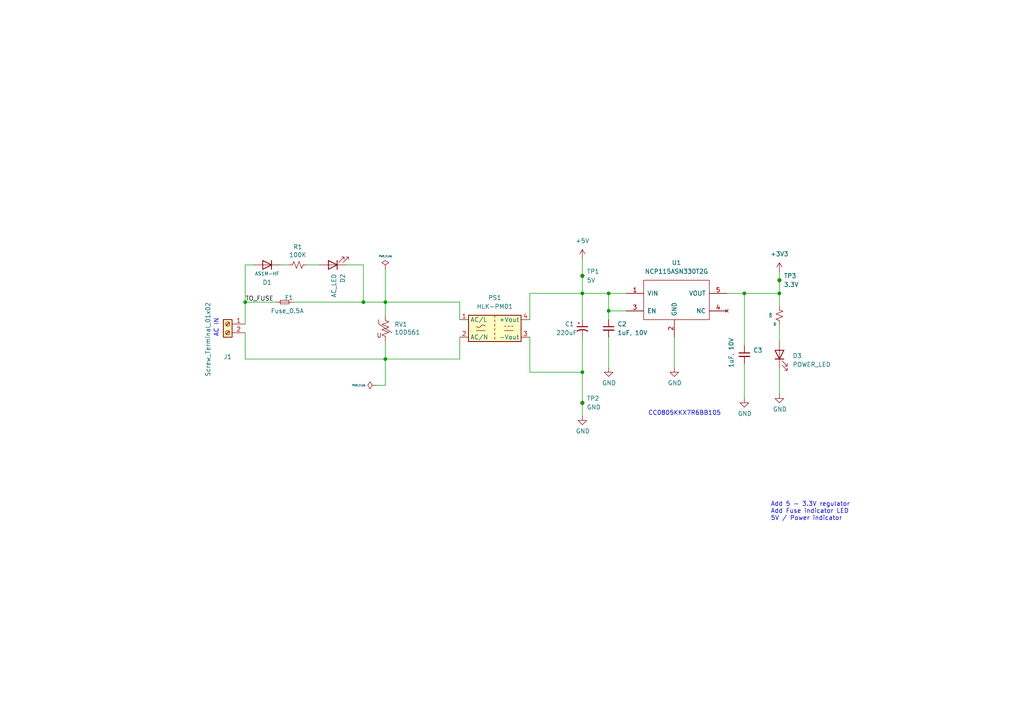
<source format=kicad_sch>
(kicad_sch (version 20211123) (generator eeschema)
  (paper "A4")
  (title_block (title "varun_rx") (date "2022-08-05") (rev "0.2") (company "DYULABS PRIVATE LIMITED") (comment 1 "SMA connector") (comment 2 "Proto v0.2") (comment 3 "varun_nr_at826_rx") (comment 4 "Hitesh Joshi"))
  (lib_symbols
    (symbol "Connector:Screw_Terminal_01x02" (pin_names (offset 1.016) hide)
      (property "Reference" "J" (at 0 2.54 0))
      (property "Value" "Screw_Terminal_01x02" (at 0 -5.08 0))
      (symbol "Screw_Terminal_01x02_1_1"
        (rectangle (start -1.27 1.27) (end 1.27 -3.81) (stroke (width 0.254)) (fill (type background)))
        (circle (center 0 -2.54) (radius 0.635) (stroke (width 0.1524)))
        (polyline (pts (xy -0.5334 -2.2098) (xy 0.3302 -3.048)) (stroke (width 0.1524)))
        (polyline (pts (xy -0.5334 0.3302) (xy 0.3302 -0.508)) (stroke (width 0.1524)))
        (polyline (pts (xy -0.3556 -2.032) (xy 0.508 -2.8702)) (stroke (width 0.1524)))
        (polyline (pts (xy -0.3556 0.508) (xy 0.508 -0.3302)) (stroke (width 0.1524)))
        (circle (center 0 0) (radius 0.635) (stroke (width 0.1524)))
        (pin passive line (at -5.08 0 0) (length 3.81) (name "Pin_1") (number "1"))
        (pin passive line (at -5.08 -2.54 0) (length 3.81) (name "Pin_2") (number "2"))
      )
    )
    (symbol "Connector:TestPoint_Small" (pin_numbers hide) (pin_names (offset 0.762) hide)
      (property "Reference" "TP" (at 0 3.81 0))
      (property "Value" "TestPoint_Small" (at 0 2.032 0))
      (symbol "TestPoint_Small_0_1"
        (circle (center 0 0) (radius 0.508))
      )
      (symbol "TestPoint_Small_1_1"
        (pin passive line (at 0 0 90) (length 0) (name "1") (number "1"))
      )
    )
    (symbol "Converter_ACDC:HLK-PM01"
      (property "Reference" "PS" (at 0 5.08 0))
      (property "Value" "HLK-PM01" (at 0 -5.08 0))
      (symbol "HLK-PM01_0_1"
        (rectangle (start -7.62 3.81) (end 7.62 -3.81) (stroke (width 0.254)) (fill (type background)))
        (arc (start -5.334 0.635) (mid -4.699 0.2495) (end -4.064 0.635))
        (arc (start -2.794 0.635) (mid -3.429 1.0072) (end -4.064 0.635))
        (polyline (pts (xy -5.334 -0.635) (xy -2.794 -0.635)))
        (polyline (pts (xy 0 -2.54) (xy 0 -3.175)))
        (polyline (pts (xy 0 -1.27) (xy 0 -1.905)))
        (polyline (pts (xy 0 0) (xy 0 -0.635)))
        (polyline (pts (xy 0 1.27) (xy 0 0.635)))
        (polyline (pts (xy 0 2.54) (xy 0 1.905)))
        (polyline (pts (xy 0 3.81) (xy 0 3.175)))
        (polyline (pts (xy 2.794 -0.635) (xy 5.334 -0.635)))
        (polyline (pts (xy 2.794 0.635) (xy 3.302 0.635)))
        (polyline (pts (xy 3.81 0.635) (xy 4.318 0.635)))
        (polyline (pts (xy 4.826 0.635) (xy 5.334 0.635)))
      )
      (symbol "HLK-PM01_1_1"
        (pin power_in line (at -10.16 2.54 0) (length 2.54) (name "AC/L") (number "1"))
        (pin power_in line (at -10.16 -2.54 0) (length 2.54) (name "AC/N") (number "2"))
        (pin power_out line (at 10.16 -2.54 180) (length 2.54) (name "-Vout") (number "3"))
        (pin power_out line (at 10.16 2.54 180) (length 2.54) (name "+Vout") (number "4"))
      )
    )
    (symbol "DYULIBS_SYMBOL:+3.3V" (power) (pin_names (offset 0))
      (property "Value" "+3.3V" (at 0 3.556 0))
      (symbol "+3.3V_0_1"
        (polyline (pts (xy -0.762 1.27) (xy 0 2.54)))
        (polyline (pts (xy 0 0) (xy 0 2.54)))
        (polyline (pts (xy 0 2.54) (xy 0.762 1.27)))
      )
      (symbol "+3.3V_1_1"
        (pin power_in line (at 0 0 90) (length 0) hide (name "+3V3") (number "1"))
      )
    )
    (symbol "DYULIBS_SYMBOL:LDO_Onsemi_NCP115ASNXXXT1G" (pin_names (offset 1.016))
      (property "Reference" "U" (at 1.27 1.27 0))
      (property "Value" "LDO_Onsemi_NCP115ASNXXXT1G" (at 25.4 -13.335 0))
      (symbol "LDO_Onsemi_NCP115ASNXXXT1G_0_1"
        (rectangle (start 0 0) (end 19.05 -11.43))
      )
      (symbol "LDO_Onsemi_NCP115ASNXXXT1G_1_1"
        (pin power_in line (at -5.08 -3.81 0) (length 5.08) (name "VIN") (number "1"))
        (pin power_in line (at 8.89 -16.51 90) (length 5.08) (name "GND") (number "2"))
        (pin input line (at -5.08 -8.89 0) (length 5.08) (name "EN") (number "3"))
        (pin no_connect line (at 24.13 -8.89 180) (length 5.08) (name "NC") (number "4"))
        (pin power_out line (at 24.13 -3.81 180) (length 5.08) (name "VOUT") (number "5"))
      )
    )
    (symbol "Device:C_Polarized_Small_US" (pin_numbers hide) (pin_names (offset 0.254) hide)
      (property "Reference" "C" (at 0.254 1.778 0))
      (property "Value" "C_Polarized_Small_US" (at 0.254 -2.032 0))
      (symbol "C_Polarized_Small_US_0_1"
        (polyline (pts (xy -1.524 0.508) (xy 1.524 0.508)) (stroke (width 0.3048)))
        (polyline (pts (xy -1.27 1.524) (xy -0.762 1.524)))
        (polyline (pts (xy -1.016 1.27) (xy -1.016 1.778)))
        (arc (start 1.524 -0.762) (mid 0 -0.3734) (end -1.524 -0.762) (stroke (width 0.3048)))
      )
      (symbol "C_Polarized_Small_US_1_1"
        (pin passive line (at 0 2.54 270) (length 2.032) (name "~") (number "1"))
        (pin passive line (at 0 -2.54 90) (length 2.032) (name "~") (number "2"))
      )
    )
    (symbol "Device:C_Small" (pin_numbers hide) (pin_names (offset 0.254) hide)
      (property "Reference" "C" (at 0.254 1.778 0))
      (property "Value" "C_Small" (at 0.254 -2.032 0))
      (symbol "C_Small_0_1"
        (polyline (pts (xy -1.524 -0.508) (xy 1.524 -0.508)) (stroke (width 0.3302)))
        (polyline (pts (xy -1.524 0.508) (xy 1.524 0.508)) (stroke (width 0.3048)))
      )
      (symbol "C_Small_1_1"
        (pin passive line (at 0 2.54 270) (length 2.032) (name "~") (number "1"))
        (pin passive line (at 0 -2.54 90) (length 2.032) (name "~") (number "2"))
      )
    )
    (symbol "Device:Fuse_Small" (pin_numbers hide) (pin_names (offset 0.254) hide)
      (property "Reference" "F" (at 0 -1.524 0))
      (property "Value" "Fuse_Small" (at 0 1.524 0))
      (symbol "Fuse_Small_0_1"
        (rectangle (start -1.27 0.508) (end 1.27 -0.508))
        (polyline (pts (xy -1.27 0) (xy 1.27 0)))
      )
      (symbol "Fuse_Small_1_1"
        (pin passive line (at -2.54 0 0) (length 1.27) (name "~") (number "1"))
        (pin passive line (at 2.54 0 180) (length 1.27) (name "~") (number "2"))
      )
    )
    (symbol "Device:LED" (pin_numbers hide) (pin_names (offset 1.016) hide)
      (property "Reference" "D" (at 0 2.54 0))
      (property "Value" "LED" (at 0 -2.54 0))
      (symbol "LED_0_1"
        (polyline (pts (xy -1.27 -1.27) (xy -1.27 1.27)) (stroke (width 0.254)))
        (polyline (pts (xy -1.27 0) (xy 1.27 0)))
        (polyline (pts (xy 1.27 -1.27) (xy 1.27 1.27) (xy -1.27 0) (xy 1.27 -1.27)) (stroke (width 0.254)))
        (polyline (pts (xy -3.048 -0.762) (xy -4.572 -2.286) (xy -3.81 -2.286) (xy -4.572 -2.286) (xy -4.572 -1.524)))
        (polyline (pts (xy -1.778 -0.762) (xy -3.302 -2.286) (xy -2.54 -2.286) (xy -3.302 -2.286) (xy -3.302 -1.524)))
      )
      (symbol "LED_1_1"
        (pin passive line (at -3.81 0 0) (length 2.54) (name "K") (number "1"))
        (pin passive line (at 3.81 0 180) (length 2.54) (name "A") (number "2"))
      )
    )
    (symbol "Device:R_Small_US" (pin_numbers hide) (pin_names (offset 0.254) hide)
      (property "Reference" "R" (at 0.762 0.508 0))
      (property "Value" "R_Small_US" (at 0.762 -1.016 0))
      (symbol "R_Small_US_1_1"
        (polyline (pts (xy 0 0) (xy 1.016 -0.381) (xy 0 -0.762) (xy -1.016 -1.143) (xy 0 -1.524)))
        (polyline (pts (xy 0 1.524) (xy 1.016 1.143) (xy 0 0.762) (xy -1.016 0.381) (xy 0 0)))
        (pin passive line (at 0 2.54 270) (length 1.016) (name "~") (number "1"))
        (pin passive line (at 0 -2.54 90) (length 1.016) (name "~") (number "2"))
      )
    )
    (symbol "Device:Varistor_US" (pin_numbers hide) (pin_names (offset 0))
      (property "Reference" "RV" (at 3.175 0 90))
      (property "Value" "Varistor_US" (at -3.175 0 90))
      (symbol "Varistor_US_0_0"
        (text "U" (at -1.778 -2.032 0) (effects (font (size 1.27 1.27))))
      )
      (symbol "Varistor_US_0_1"
        (polyline (pts (xy 0 -2.286) (xy 0 -2.54)))
        (polyline (pts (xy 0 2.286) (xy 0 2.54)))
        (polyline (pts (xy -1.905 2.54) (xy -1.905 1.27) (xy 1.905 -1.27)))
        (polyline (pts (xy 0 -0.762) (xy 1.016 -1.143) (xy 0 -1.524) (xy -1.016 -1.905) (xy 0 -2.286)))
        (polyline (pts (xy 0 0.762) (xy 1.016 0.381) (xy 0 0) (xy -1.016 -0.381) (xy 0 -0.762)))
        (polyline (pts (xy 0 2.286) (xy 1.016 1.905) (xy 0 1.524) (xy -1.016 1.143) (xy 0 0.762)))
      )
      (symbol "Varistor_US_1_1"
        (pin passive line (at 0 3.81 270) (length 1.27) (name "~") (number "1"))
        (pin passive line (at 0 -3.81 90) (length 1.27) (name "~") (number "2"))
      )
    )
    (symbol "Diode:1N4007" (pin_numbers hide) (pin_names (offset 1.016) hide)
      (property "Reference" "D" (at 0 2.54 0))
      (property "Value" "1N4007" (at 0 -2.54 0))
      (symbol "1N4007_0_1"
        (polyline (pts (xy -1.27 1.27) (xy -1.27 -1.27)) (stroke (width 0.254)))
        (polyline (pts (xy 1.27 0) (xy -1.27 0)))
        (polyline (pts (xy 1.27 1.27) (xy 1.27 -1.27) (xy -1.27 0) (xy 1.27 1.27)) (stroke (width 0.254)))
      )
      (symbol "1N4007_1_1"
        (pin passive line (at -3.81 0 0) (length 2.54) (name "K") (number "1"))
        (pin passive line (at 3.81 0 180) (length 2.54) (name "A") (number "2"))
      )
    )
    (symbol "power:+5V" (power) (pin_names (offset 0))
      (property "Value" "+5V" (at 0 3.556 0))
      (symbol "+5V_0_1"
        (polyline (pts (xy -0.762 1.27) (xy 0 2.54)))
        (polyline (pts (xy 0 0) (xy 0 2.54)))
        (polyline (pts (xy 0 2.54) (xy 0.762 1.27)))
      )
      (symbol "+5V_1_1"
        (pin power_in line (at 0 0 90) (length 0) hide (name "+5V") (number "1"))
      )
    )
    (symbol "power:GND" (power) (pin_names (offset 0))
      (property "Value" "GND" (at 0 -3.81 0))
      (symbol "GND_0_1"
        (polyline (pts (xy 0 0) (xy 0 -1.27) (xy 1.27 -1.27) (xy 0 -2.54) (xy -1.27 -1.27) (xy 0 -1.27)))
      )
      (symbol "GND_1_1"
        (pin power_in line (at 0 0 270) (length 0) hide (name "GND") (number "1"))
      )
    )
    (symbol "power:PWR_FLAG" (power) (pin_numbers hide) (pin_names (offset 0) hide)
      (property "Value" "PWR_FLAG" (at 0 3.81 0))
      (symbol "PWR_FLAG_0_0"
        (pin power_out line (at 0 0 90) (length 0) (name "pwr") (number "1"))
      )
      (symbol "PWR_FLAG_0_1"
        (polyline (pts (xy 0 0) (xy 0 1.27) (xy -1.016 1.905) (xy 0 2.54) (xy 1.016 1.905) (xy 0 1.27)))
      )
    )
  )
  (junction (at 168.91 116.84))
  (junction (at 226.06 85.09))
  (junction (at 168.91 107.95))
  (junction (at 176.53 90.17))
  (junction (at 111.76 104.14))
  (junction (at 215.9 85.09))
  (junction (at 226.06 81.28))
  (junction (at 176.53 85.09))
  (junction (at 105.41 87.63))
  (junction (at 168.91 80.01))
  (junction (at 168.91 85.09))
  (junction (at 71.12 87.63))
  (junction (at 111.76 87.63))
  (wire (pts (xy 226.06 85.09) (xy 226.06 88.9)))
  (wire (pts (xy 111.76 111.76) (xy 111.76 104.14)))
  (wire (pts (xy 215.9 85.09) (xy 215.9 100.33)))
  (wire (pts (xy 71.12 76.835) (xy 73.66 76.835)))
  (wire (pts (xy 109.22 111.76) (xy 111.76 111.76)))
  (wire (pts (xy 111.76 104.14) (xy 133.35 104.14)))
  (wire (pts (xy 168.91 116.84) (xy 168.91 120.65)))
  (wire (pts (xy 168.91 97.79) (xy 168.91 107.95)))
  (wire (pts (xy 168.91 85.09) (xy 168.91 92.71)))
  (wire (pts (xy 88.9 76.835) (xy 92.71 76.835)))
  (wire (pts (xy 85.09 87.63) (xy 105.41 87.63)))
  (wire (pts (xy 168.91 80.01) (xy 168.91 85.09)))
  (wire (pts (xy 168.91 107.95) (xy 168.91 116.84)))
  (wire (pts (xy 81.28 76.835) (xy 83.82 76.835)))
  (wire (pts (xy 176.53 85.09) (xy 181.61 85.09)))
  (wire (pts (xy 176.53 90.17) (xy 176.53 92.71)))
  (wire (pts (xy 226.06 106.68) (xy 226.06 114.3)))
  (wire (pts (xy 105.41 76.835) (xy 105.41 87.63)))
  (wire (pts (xy 210.82 85.09) (xy 215.9 85.09)))
  (wire (pts (xy 153.67 107.95) (xy 168.91 107.95)))
  (wire (pts (xy 71.12 87.63) (xy 71.12 76.835)))
  (wire (pts (xy 105.41 87.63) (xy 111.76 87.63)))
  (wire (pts (xy 71.12 87.63) (xy 71.12 93.98)))
  (wire (pts (xy 168.91 74.93) (xy 168.91 80.01)))
  (wire (pts (xy 176.53 85.09) (xy 176.53 90.17)))
  (wire (pts (xy 176.53 90.17) (xy 181.61 90.17)))
  (wire (pts (xy 133.35 87.63) (xy 133.35 92.71)))
  (wire (pts (xy 111.76 99.06) (xy 111.76 104.14)))
  (wire (pts (xy 153.67 85.09) (xy 153.67 92.71)))
  (wire (pts (xy 111.76 78.105) (xy 111.76 87.63)))
  (wire (pts (xy 133.35 104.14) (xy 133.35 97.79)))
  (wire (pts (xy 226.06 93.98) (xy 226.06 99.06)))
  (wire (pts (xy 111.76 87.63) (xy 111.76 91.44)))
  (wire (pts (xy 226.06 81.28) (xy 226.06 85.09)))
  (wire (pts (xy 168.91 85.09) (xy 176.53 85.09)))
  (wire (pts (xy 71.12 104.14) (xy 111.76 104.14)))
  (wire (pts (xy 176.53 97.79) (xy 176.53 106.68)))
  (wire (pts (xy 195.58 97.79) (xy 195.58 106.68)))
  (wire (pts (xy 153.67 85.09) (xy 168.91 85.09)))
  (wire (pts (xy 226.06 78.74) (xy 226.06 81.28)))
  (wire (pts (xy 215.9 105.41) (xy 215.9 115.57)))
  (wire (pts (xy 153.67 97.79) (xy 153.67 107.95)))
  (wire (pts (xy 71.12 96.52) (xy 71.12 104.14)))
  (wire (pts (xy 215.9 85.09) (xy 226.06 85.09)))
  (wire (pts (xy 100.33 76.835) (xy 105.41 76.835)))
  (wire (pts (xy 71.12 87.63) (xy 80.01 87.63)))
  (wire (pts (xy 111.76 87.63) (xy 133.35 87.63)))
  (text "AC IN" (at 63.5 97.79 90) (effects (font (size 1.27 1.27)) (justify left bottom)))
  (text "CC0805KKX7R6BB105" (at 187.96 120.65 0) (effects (font (size 1.27 1.27)) (justify left bottom)))
  (text "Add 5 - 3.3V regulator\nAdd Fuse indicator LED\n5V / Power indicator\n" (at 223.52 151.13 0) (effects (font (size 1.27 1.27)) (justify left bottom)))
  (label "TO_FUSE" (at 71.12 87.63 0))
  (symbol (lib_id "power:GND") (at 168.91 120.65 0) (unit 1)
    (property "Reference" "#PWR02" (effects hide))
    (property "Value" "GND" (at 169.037 125.0442 0))
  )
  (symbol (lib_id "power:PWR_FLAG") (at 111.76 78.105 0) (unit 1)
    (property "Reference" "#FLG02" (effects hide))
    (property "Value" "PWR_FLAG" (at 111.76 74.3204 0) (effects (font (size 0.508 0.508))))
  )
  (symbol (lib_id "power:PWR_FLAG") (at 109.22 111.76 90) (unit 1)
    (property "Reference" "#FLG01" (effects hide))
    (property "Value" "PWR_FLAG" (at 105.9688 111.76 90) (effects (font (size 0.508 0.508)) (justify left)))
  )
  (symbol (lib_id "Device:Varistor_US") (at 111.76 95.25 0) (unit 1)
    (property "Reference" "RV1" (at 114.3762 94.0816 0) (effects (justify left)))
    (property "Value" "10D561" (at 114.3762 96.393 0) (effects (justify left)))
    (property "Footprint" "Varistor:RV_Disc_D12mm_W5.1mm_P7.5mm" (effects hide))
    (property "Config" "+m,+a" (effects hide))
    (property "Distributor" "Mouser" (effects hide))
    (property "MFPN" "MOV-10D561K" (effects hide))
    (property "Manufacturer" "Bornus" (effects hide))
  )
  (symbol (lib_id "Device:C_Polarized_Small_US") (at 168.91 95.25 0) (unit 1)
    (property "Reference" "C1" (at 163.83 93.98 0) (effects (justify left)))
    (property "Value" "220uF" (at 161.29 96.52 0) (effects (justify left)))
    (property "Footprint" "Capacitor_THT:CP_Radial_D6.3mm_P2.50mm" (effects hide))
    (property "Config" "+m,+a" (effects hide))
    (property "Distributor" "Mouser" (effects hide))
    (property "MFPN" "ESH227M010AE3AA" (effects hide))
    (property "Manufacturer" "KEMET " (effects hide))
  )
  (symbol (lib_id "power:+5V") (at 168.91 74.93 0) (unit 1)
    (property "Reference" "#PWR01" (effects hide))
    (property "Value" "+5V" (at 168.91 69.85 0))
  )
  (symbol (lib_id "power:GND") (at 176.53 106.68 0) (unit 1)
    (property "Reference" "#PWR05" (effects hide))
    (property "Value" "GND" (at 176.657 111.0742 0))
  )
  (symbol (lib_id "power:GND") (at 226.06 114.3 0) (unit 1)
    (property "Reference" "#PWR04" (effects hide))
    (property "Value" "GND" (at 226.187 118.6942 0))
  )
  (symbol (lib_id "Device:Fuse_Small") (at 82.55 87.63 0) (unit 1)
    (property "Reference" "F1" (at 83.82 86.36 0))
    (property "Value" "Fuse_0.5A " (at 83.82 90.17 0))
    (property "Footprint" "Fuse:Fuse_Schurter_UMT250" (effects hide))
    (property "MFPN" "3405.0163.24" (effects hide))
    (property "Manufacturer" "Schurter" (effects hide))
    (property "Config" "+m,+a" (effects hide))
    (property "Distributor" "Mouser" (effects hide))
  )
  (symbol (lib_id "Converter_ACDC:HLK-PM01") (at 143.51 95.25 0) (unit 1)
    (property "Reference" "PS1" (at 143.51 86.36 0))
    (property "Value" "HLK-PM01" (at 143.51 88.9 0))
    (property "Footprint" "Converter_ACDC:Converter_ACDC_HiLink_HLK-PMxx" (effects hide))
    (property "Datasheet" "http://www.hlktech.net/product_detail.php?ProId=54" (effects hide))
    (property "Config" "+a,+du" (effects hide))
    (property "Distributor" "Rajguru" (effects hide))
    (property "MFPN" "HLK-PM01" (effects hide))
    (property "Manufacturer" "HiLink" (effects hide))
  )
  (symbol (lib_id "DYULIBS_SYMBOL:LDO_Onsemi_NCP115ASNXXXT1G") (at 186.69 81.28 0) (unit 1)
    (property "Reference" "U1" (at 196.215 76.2 0))
    (property "Value" "NCP115ASN330T2G" (at 196.215 78.74 0))
    (property "Footprint" "Package_SO:TSOP-5_1.65x3.05mm_P0.95mm" (effects hide))
    (property "Config" "+m,+a" (effects hide))
    (property "MFPN" "NCP115ASN330T2G" (effects hide))
    (property "Manufacturer" "Onsemi" (effects hide))
    (property "Distributor" "Mouser" (effects hide))
  )
  (symbol (lib_id "Connector:Screw_Terminal_01x02") (at 66.04 93.98 0) (mirror y) (unit 1)
    (property "Reference" "J1" (at 66.04 103.505 0))
    (property "Value" "Screw_Terminal_01x02" (at 60.325 98.425 90))
    (property "Footprint" "DYULIBS_FOOTPRINT:CUI_TB002-500-02BE" (effects hide))
    (property "MFPN" "TB002-500-02BE" (effects hide))
    (property "Manufacturer" "CUI Devices" (effects hide))
    (property "Config" "+m,+a" (effects hide))
    (property "Distributor" "Mouser" (effects hide))
  )
  (symbol (lib_id "Connector:TestPoint_Small") (at 168.91 116.84 0) (unit 1)
    (property "Reference" "TP2" (at 170.18 115.5699 0) (effects (justify left)))
    (property "Value" "GND" (at 170.18 118.1099 0) (effects (justify left)))
    (property "Footprint" "TestPoint:TestPoint_THTPad_D1.0mm_Drill0.5mm" (effects hide))
    (property "Config" "dnp" (effects hide))
  )
  (symbol (lib_id "power:GND") (at 215.9 115.57 0) (unit 1)
    (property "Reference" "#PWR06" (effects hide))
    (property "Value" "GND" (at 216.027 119.9642 0))
  )
  (symbol (lib_id "power:GND") (at 195.58 106.68 0) (unit 1)
    (property "Reference" "#PWR03" (effects hide))
    (property "Value" "GND" (at 195.707 111.0742 0))
  )
  (symbol (lib_id "Device:C_Small") (at 215.9 102.87 0) (unit 1)
    (property "Reference" "C3" (at 218.44 101.6062 0) (effects (justify left)))
    (property "Value" "1uF, 10V" (at 212.09 106.68 90) (effects (justify left)))
    (property "Footprint" "Capacitor_SMD:C_0805_2012Metric" (effects hide))
    (property "MFPN" "CC0805KKX7R6BB105" (effects hide))
    (property "Manufacturer" "Yageo" (effects hide))
    (property "Config" "+m,+a" (effects hide))
    (property "Distributor" "Mouser" (effects hide))
  )
  (symbol (lib_id "Connector:TestPoint_Small") (at 168.91 80.01 0) (unit 1)
    (property "Reference" "TP1" (at 170.18 78.7399 0) (effects (justify left)))
    (property "Value" "5V" (at 170.18 81.2799 0) (effects (justify left)))
    (property "Footprint" "TestPoint:TestPoint_THTPad_D1.0mm_Drill0.5mm" (effects hide))
    (property "Config" "dnp" (effects hide))
  )
  (symbol (lib_id "DYULIBS_SYMBOL:+3.3V") (at 226.06 78.74 0) (unit 1)
    (property "Reference" "#PWR0101" (effects hide))
    (property "Value" "+3.3V" (at 226.06 73.66 0))
  )
  (symbol (lib_id "Connector:TestPoint_Small") (at 226.06 81.28 0) (unit 1)
    (property "Reference" "TP3" (at 227.33 80.0099 0) (effects (justify left)))
    (property "Value" "3.3V" (at 227.33 82.5499 0) (effects (justify left)))
    (property "Footprint" "TestPoint:TestPoint_THTPad_D1.0mm_Drill0.5mm" (effects hide))
    (property "Config" "dnp" (effects hide))
  )
  (symbol (lib_id "Device:R_Small_US") (at 86.36 76.835 270) (unit 1)
    (property "Reference" "R1" (at 86.36 71.628 90))
    (property "Value" "100K" (at 86.36 73.9394 90))
    (property "Footprint" "Resistor_SMD:R_0805_2012Metric" (effects hide))
    (property "MFPN" "ERJ-P06J104V" (effects hide))
    (property "Config" "+m,+a" (effects hide))
    (property "Distributor" "Mouser" (effects hide))
    (property "Manufacturer" "KOA Speer" (effects hide))
  )
  (symbol (lib_id "Device:R_Small_US") (at 226.06 91.44 0) (unit 1)
    (property "Reference" "R2" (at 224.79 93.98 90) (effects (font (size 0.508 0.508))))
    (property "Value" "220" (at 223.52 91.44 90) (effects (font (size 0.508 0.508))))
    (property "Footprint" "Resistor_SMD:R_0402_1005Metric" (effects hide))
    (property "MFPN" "WR04X221JTL" (effects hide))
    (property "Manufacturer" "Walsin" (effects hide))
    (property "Distributor" "Mouser" (effects hide))
    (property "Config" "+m,+a" (effects hide))
  )
  (symbol (lib_id "Diode:1N4007") (at 77.47 76.835 180) (unit 1)
    (property "Reference" "D1" (at 77.47 81.915 0))
    (property "Value" "AS1M-HF" (at 77.47 79.375 0) (effects (font (size 0.9906 0.9906))))
    (property "Footprint" "Diode_SMD:D_SMA" (effects hide))
    (property "Datasheet" "http://www.vishay.com/docs/88503/1n4001.pdf" (effects hide))
    (property "MFPN" "AS1M-HF" (effects hide))
    (property "Config" "+m,+a" (effects hide))
    (property "Distributor" "Mouser" (effects hide))
    (property "Manufacturer" "Comchip" (effects hide))
  )
  (symbol (lib_id "Device:LED") (at 96.52 76.835 180) (unit 1)
    (property "Reference" "D2" (at 99.3776 79.375 90) (effects (justify left)))
    (property "Value" "AC_LED" (at 96.8376 79.375 90) (effects (justify left)))
    (property "Footprint" "LED_THT:LED_D3.0mm" (effects hide))
    (property "MFPN" "MCL034PT" (effects hide))
    (property "Manufacturer" "Multicomp Pro" (effects hide))
    (property "Config" "+a,+du" (effects hide))
    (property "Distributor" "Element14" (effects hide))
  )
  (symbol (lib_id "Device:C_Small") (at 176.53 95.25 0) (unit 1)
    (property "Reference" "C2" (at 179.07 93.9862 0) (effects (justify left)))
    (property "Value" "1uF, 10V" (at 179.07 96.5262 0) (effects (justify left)))
    (property "Footprint" "Capacitor_SMD:C_0805_2012Metric" (effects hide))
    (property "MFPN" "CC0805KKX7R6BB105" (effects hide))
    (property "Manufacturer" "Yageo" (effects hide))
    (property "Config" "+m,+a" (effects hide))
    (property "Distributor" "Mouser" (effects hide))
  )
  (symbol (lib_id "Device:LED") (at 226.06 102.87 90) (unit 1)
    (property "Reference" "D3" (at 229.87 103.1874 90) (effects (justify right)))
    (property "Value" "POWER_LED" (at 229.87 105.7274 90) (effects (justify right)))
    (property "Footprint" "LED_THT:LED_D3.0mm" (effects hide))
    (property "Config" "+a,+du" (effects hide))
    (property "MFPN" "MCL034GT" (effects hide))
    (property "Manufacturer" "Multicomp Pro" (effects hide))
    (property "Distributor" "Element14" (effects hide))
  )
)
</source>
